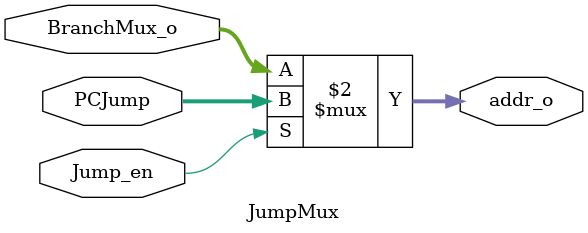
<source format=v>
module JumpMux(PCJump,BranchMux_o,
  Jump_en,addr_o);
  input[31:0] PCJump;
  input[31:0] BranchMux_o;
  input Jump_en;
  output[31:0] addr_o;
  //1-Jump 0-No jumping
  assign addr_o=!Jump_en?BranchMux_o:PCJump;
  
  
endmodule

</source>
